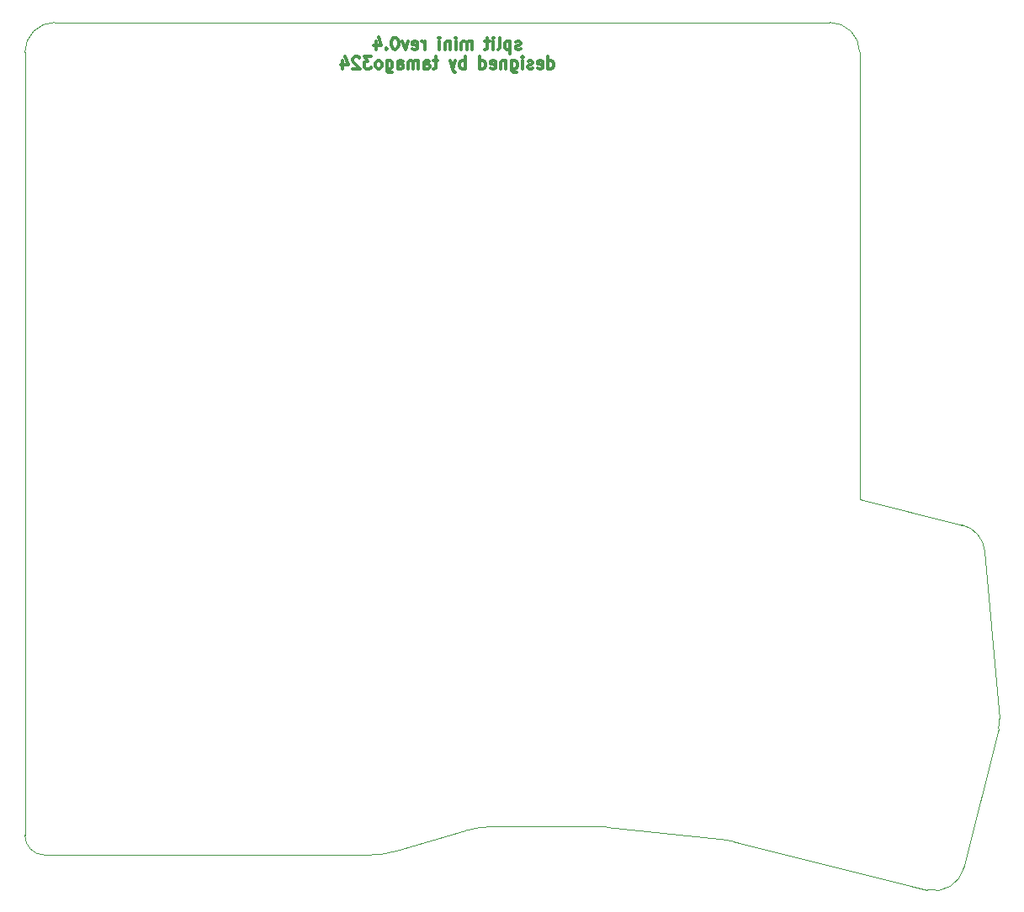
<source format=gbo>
%TF.GenerationSoftware,KiCad,Pcbnew,(6.0.6)*%
%TF.CreationDate,2022-11-03T11:36:34+09:00*%
%TF.ProjectId,bottom_plate__split-mini,626f7474-6f6d-45f7-906c-6174655f5f73,rev?*%
%TF.SameCoordinates,Original*%
%TF.FileFunction,Legend,Bot*%
%TF.FilePolarity,Positive*%
%FSLAX46Y46*%
G04 Gerber Fmt 4.6, Leading zero omitted, Abs format (unit mm)*
G04 Created by KiCad (PCBNEW (6.0.6)) date 2022-11-03 11:36:34*
%MOMM*%
%LPD*%
G01*
G04 APERTURE LIST*
%TA.AperFunction,Profile*%
%ADD10C,0.100000*%
%TD*%
%ADD11C,0.300000*%
%ADD12C,0.350000*%
%ADD13C,2.200000*%
G04 APERTURE END LIST*
D10*
X116123324Y-72166634D02*
G75*
G03*
X113860370Y-69515158I-2988724J-259366D01*
G01*
X103530843Y-66939718D02*
X113860370Y-69515158D01*
X110364219Y-106260861D02*
G75*
G03*
X114000870Y-104075745I725781J2910861D01*
G01*
X21530843Y-102768057D02*
X45530843Y-102768057D01*
X78079754Y-99947838D02*
X89423885Y-101140154D01*
X66703035Y-99893057D02*
X77034469Y-99893057D01*
X45530843Y-102768057D02*
X54083652Y-102768057D01*
X56918659Y-102357777D02*
X63868027Y-100303337D01*
X19530843Y-21893057D02*
X19530843Y-100768057D01*
X117508504Y-90007398D02*
G75*
G03*
X117586379Y-89022217I-2911304J725798D01*
G01*
X103530843Y-21893057D02*
G75*
G03*
X100530843Y-18893057I-3000043J-43D01*
G01*
X78079754Y-99947841D02*
G75*
G03*
X77034469Y-99893057I-1045254J-9944059D01*
G01*
X54083652Y-102768065D02*
G75*
G03*
X56918659Y-102357777I-52J10000165D01*
G01*
X66703035Y-99893053D02*
G75*
G03*
X63868027Y-100303337I65J-10000347D01*
G01*
X22530843Y-18893063D02*
G75*
G03*
X19530843Y-21893057I-3J-2999997D01*
G01*
X114000870Y-104075745D02*
X117508503Y-90007398D01*
X90797818Y-101382418D02*
G75*
G03*
X89423885Y-101140154I-2419118J-9702282D01*
G01*
X19530843Y-100768057D02*
G75*
G03*
X21530843Y-102768057I1999997J-3D01*
G01*
X90797819Y-101382416D02*
X110364217Y-106260867D01*
X100530843Y-18893057D02*
X22530843Y-18893057D01*
X103530843Y-66939718D02*
X103530843Y-21893057D01*
X116123367Y-72166630D02*
X117586379Y-89022217D01*
D11*
X69402857Y-21559714D02*
X69288571Y-21616857D01*
X69060000Y-21616857D01*
X68945714Y-21559714D01*
X68888571Y-21445428D01*
X68888571Y-21388285D01*
X68945714Y-21274000D01*
X69060000Y-21216857D01*
X69231428Y-21216857D01*
X69345714Y-21159714D01*
X69402857Y-21045428D01*
X69402857Y-20988285D01*
X69345714Y-20874000D01*
X69231428Y-20816857D01*
X69060000Y-20816857D01*
X68945714Y-20874000D01*
X68374285Y-20816857D02*
X68374285Y-22016857D01*
X68374285Y-20874000D02*
X68260000Y-20816857D01*
X68031428Y-20816857D01*
X67917142Y-20874000D01*
X67860000Y-20931142D01*
X67802857Y-21045428D01*
X67802857Y-21388285D01*
X67860000Y-21502571D01*
X67917142Y-21559714D01*
X68031428Y-21616857D01*
X68260000Y-21616857D01*
X68374285Y-21559714D01*
X67117142Y-21616857D02*
X67231428Y-21559714D01*
X67288571Y-21445428D01*
X67288571Y-20416857D01*
X66660000Y-21616857D02*
X66660000Y-20816857D01*
X66660000Y-20416857D02*
X66717142Y-20474000D01*
X66660000Y-20531142D01*
X66602857Y-20474000D01*
X66660000Y-20416857D01*
X66660000Y-20531142D01*
X66260000Y-20816857D02*
X65802857Y-20816857D01*
X66088571Y-20416857D02*
X66088571Y-21445428D01*
X66031428Y-21559714D01*
X65917142Y-21616857D01*
X65802857Y-21616857D01*
X64488571Y-21616857D02*
X64488571Y-20816857D01*
X64488571Y-20931142D02*
X64431428Y-20874000D01*
X64317142Y-20816857D01*
X64145714Y-20816857D01*
X64031428Y-20874000D01*
X63974285Y-20988285D01*
X63974285Y-21616857D01*
X63974285Y-20988285D02*
X63917142Y-20874000D01*
X63802857Y-20816857D01*
X63631428Y-20816857D01*
X63517142Y-20874000D01*
X63460000Y-20988285D01*
X63460000Y-21616857D01*
X62888571Y-21616857D02*
X62888571Y-20816857D01*
X62888571Y-20416857D02*
X62945714Y-20474000D01*
X62888571Y-20531142D01*
X62831428Y-20474000D01*
X62888571Y-20416857D01*
X62888571Y-20531142D01*
X62317142Y-20816857D02*
X62317142Y-21616857D01*
X62317142Y-20931142D02*
X62260000Y-20874000D01*
X62145714Y-20816857D01*
X61974285Y-20816857D01*
X61860000Y-20874000D01*
X61802857Y-20988285D01*
X61802857Y-21616857D01*
X61231428Y-21616857D02*
X61231428Y-20816857D01*
X61231428Y-20416857D02*
X61288571Y-20474000D01*
X61231428Y-20531142D01*
X61174285Y-20474000D01*
X61231428Y-20416857D01*
X61231428Y-20531142D01*
X59745714Y-21616857D02*
X59745714Y-20816857D01*
X59745714Y-21045428D02*
X59688571Y-20931142D01*
X59631428Y-20874000D01*
X59517142Y-20816857D01*
X59402857Y-20816857D01*
X58545714Y-21559714D02*
X58660000Y-21616857D01*
X58888571Y-21616857D01*
X59002857Y-21559714D01*
X59060000Y-21445428D01*
X59060000Y-20988285D01*
X59002857Y-20874000D01*
X58888571Y-20816857D01*
X58660000Y-20816857D01*
X58545714Y-20874000D01*
X58488571Y-20988285D01*
X58488571Y-21102571D01*
X59060000Y-21216857D01*
X58088571Y-20816857D02*
X57802857Y-21616857D01*
X57517142Y-20816857D01*
X56831428Y-20416857D02*
X56717142Y-20416857D01*
X56602857Y-20474000D01*
X56545714Y-20531142D01*
X56488571Y-20645428D01*
X56431428Y-20874000D01*
X56431428Y-21159714D01*
X56488571Y-21388285D01*
X56545714Y-21502571D01*
X56602857Y-21559714D01*
X56717142Y-21616857D01*
X56831428Y-21616857D01*
X56945714Y-21559714D01*
X57002857Y-21502571D01*
X57060000Y-21388285D01*
X57117142Y-21159714D01*
X57117142Y-20874000D01*
X57060000Y-20645428D01*
X57002857Y-20531142D01*
X56945714Y-20474000D01*
X56831428Y-20416857D01*
X55917142Y-21502571D02*
X55860000Y-21559714D01*
X55917142Y-21616857D01*
X55974285Y-21559714D01*
X55917142Y-21502571D01*
X55917142Y-21616857D01*
X54831428Y-20816857D02*
X54831428Y-21616857D01*
X55117142Y-20359714D02*
X55402857Y-21216857D01*
X54660000Y-21216857D01*
X72174285Y-23548857D02*
X72174285Y-22348857D01*
X72174285Y-23491714D02*
X72288571Y-23548857D01*
X72517142Y-23548857D01*
X72631428Y-23491714D01*
X72688571Y-23434571D01*
X72745714Y-23320285D01*
X72745714Y-22977428D01*
X72688571Y-22863142D01*
X72631428Y-22806000D01*
X72517142Y-22748857D01*
X72288571Y-22748857D01*
X72174285Y-22806000D01*
X71145714Y-23491714D02*
X71260000Y-23548857D01*
X71488571Y-23548857D01*
X71602857Y-23491714D01*
X71660000Y-23377428D01*
X71660000Y-22920285D01*
X71602857Y-22806000D01*
X71488571Y-22748857D01*
X71260000Y-22748857D01*
X71145714Y-22806000D01*
X71088571Y-22920285D01*
X71088571Y-23034571D01*
X71660000Y-23148857D01*
X70631428Y-23491714D02*
X70517142Y-23548857D01*
X70288571Y-23548857D01*
X70174285Y-23491714D01*
X70117142Y-23377428D01*
X70117142Y-23320285D01*
X70174285Y-23206000D01*
X70288571Y-23148857D01*
X70460000Y-23148857D01*
X70574285Y-23091714D01*
X70631428Y-22977428D01*
X70631428Y-22920285D01*
X70574285Y-22806000D01*
X70460000Y-22748857D01*
X70288571Y-22748857D01*
X70174285Y-22806000D01*
X69602857Y-23548857D02*
X69602857Y-22748857D01*
X69602857Y-22348857D02*
X69660000Y-22406000D01*
X69602857Y-22463142D01*
X69545714Y-22406000D01*
X69602857Y-22348857D01*
X69602857Y-22463142D01*
X68517142Y-22748857D02*
X68517142Y-23720285D01*
X68574285Y-23834571D01*
X68631428Y-23891714D01*
X68745714Y-23948857D01*
X68917142Y-23948857D01*
X69031428Y-23891714D01*
X68517142Y-23491714D02*
X68631428Y-23548857D01*
X68860000Y-23548857D01*
X68974285Y-23491714D01*
X69031428Y-23434571D01*
X69088571Y-23320285D01*
X69088571Y-22977428D01*
X69031428Y-22863142D01*
X68974285Y-22806000D01*
X68860000Y-22748857D01*
X68631428Y-22748857D01*
X68517142Y-22806000D01*
X67945714Y-22748857D02*
X67945714Y-23548857D01*
X67945714Y-22863142D02*
X67888571Y-22806000D01*
X67774285Y-22748857D01*
X67602857Y-22748857D01*
X67488571Y-22806000D01*
X67431428Y-22920285D01*
X67431428Y-23548857D01*
X66402857Y-23491714D02*
X66517142Y-23548857D01*
X66745714Y-23548857D01*
X66860000Y-23491714D01*
X66917142Y-23377428D01*
X66917142Y-22920285D01*
X66860000Y-22806000D01*
X66745714Y-22748857D01*
X66517142Y-22748857D01*
X66402857Y-22806000D01*
X66345714Y-22920285D01*
X66345714Y-23034571D01*
X66917142Y-23148857D01*
X65317142Y-23548857D02*
X65317142Y-22348857D01*
X65317142Y-23491714D02*
X65431428Y-23548857D01*
X65660000Y-23548857D01*
X65774285Y-23491714D01*
X65831428Y-23434571D01*
X65888571Y-23320285D01*
X65888571Y-22977428D01*
X65831428Y-22863142D01*
X65774285Y-22806000D01*
X65660000Y-22748857D01*
X65431428Y-22748857D01*
X65317142Y-22806000D01*
X63831428Y-23548857D02*
X63831428Y-22348857D01*
X63831428Y-22806000D02*
X63717142Y-22748857D01*
X63488571Y-22748857D01*
X63374285Y-22806000D01*
X63317142Y-22863142D01*
X63260000Y-22977428D01*
X63260000Y-23320285D01*
X63317142Y-23434571D01*
X63374285Y-23491714D01*
X63488571Y-23548857D01*
X63717142Y-23548857D01*
X63831428Y-23491714D01*
X62860000Y-22748857D02*
X62574285Y-23548857D01*
X62288571Y-22748857D02*
X62574285Y-23548857D01*
X62688571Y-23834571D01*
X62745714Y-23891714D01*
X62860000Y-23948857D01*
X61088571Y-22748857D02*
X60631428Y-22748857D01*
X60917142Y-22348857D02*
X60917142Y-23377428D01*
X60860000Y-23491714D01*
X60745714Y-23548857D01*
X60631428Y-23548857D01*
X59717142Y-23548857D02*
X59717142Y-22920285D01*
X59774285Y-22806000D01*
X59888571Y-22748857D01*
X60117142Y-22748857D01*
X60231428Y-22806000D01*
X59717142Y-23491714D02*
X59831428Y-23548857D01*
X60117142Y-23548857D01*
X60231428Y-23491714D01*
X60288571Y-23377428D01*
X60288571Y-23263142D01*
X60231428Y-23148857D01*
X60117142Y-23091714D01*
X59831428Y-23091714D01*
X59717142Y-23034571D01*
X59145714Y-23548857D02*
X59145714Y-22748857D01*
X59145714Y-22863142D02*
X59088571Y-22806000D01*
X58974285Y-22748857D01*
X58802857Y-22748857D01*
X58688571Y-22806000D01*
X58631428Y-22920285D01*
X58631428Y-23548857D01*
X58631428Y-22920285D02*
X58574285Y-22806000D01*
X58460000Y-22748857D01*
X58288571Y-22748857D01*
X58174285Y-22806000D01*
X58117142Y-22920285D01*
X58117142Y-23548857D01*
X57031428Y-23548857D02*
X57031428Y-22920285D01*
X57088571Y-22806000D01*
X57202857Y-22748857D01*
X57431428Y-22748857D01*
X57545714Y-22806000D01*
X57031428Y-23491714D02*
X57145714Y-23548857D01*
X57431428Y-23548857D01*
X57545714Y-23491714D01*
X57602857Y-23377428D01*
X57602857Y-23263142D01*
X57545714Y-23148857D01*
X57431428Y-23091714D01*
X57145714Y-23091714D01*
X57031428Y-23034571D01*
X55945714Y-22748857D02*
X55945714Y-23720285D01*
X56002857Y-23834571D01*
X56060000Y-23891714D01*
X56174285Y-23948857D01*
X56345714Y-23948857D01*
X56460000Y-23891714D01*
X55945714Y-23491714D02*
X56060000Y-23548857D01*
X56288571Y-23548857D01*
X56402857Y-23491714D01*
X56460000Y-23434571D01*
X56517142Y-23320285D01*
X56517142Y-22977428D01*
X56460000Y-22863142D01*
X56402857Y-22806000D01*
X56288571Y-22748857D01*
X56060000Y-22748857D01*
X55945714Y-22806000D01*
X55202857Y-23548857D02*
X55317142Y-23491714D01*
X55374285Y-23434571D01*
X55431428Y-23320285D01*
X55431428Y-22977428D01*
X55374285Y-22863142D01*
X55317142Y-22806000D01*
X55202857Y-22748857D01*
X55031428Y-22748857D01*
X54917142Y-22806000D01*
X54860000Y-22863142D01*
X54802857Y-22977428D01*
X54802857Y-23320285D01*
X54860000Y-23434571D01*
X54917142Y-23491714D01*
X55031428Y-23548857D01*
X55202857Y-23548857D01*
X54402857Y-22348857D02*
X53660000Y-22348857D01*
X54060000Y-22806000D01*
X53888571Y-22806000D01*
X53774285Y-22863142D01*
X53717142Y-22920285D01*
X53660000Y-23034571D01*
X53660000Y-23320285D01*
X53717142Y-23434571D01*
X53774285Y-23491714D01*
X53888571Y-23548857D01*
X54231428Y-23548857D01*
X54345714Y-23491714D01*
X54402857Y-23434571D01*
X53202857Y-22463142D02*
X53145714Y-22406000D01*
X53031428Y-22348857D01*
X52745714Y-22348857D01*
X52631428Y-22406000D01*
X52574285Y-22463142D01*
X52517142Y-22577428D01*
X52517142Y-22691714D01*
X52574285Y-22863142D01*
X53260000Y-23548857D01*
X52517142Y-23548857D01*
X51488571Y-22748857D02*
X51488571Y-23548857D01*
X51774285Y-22291714D02*
X52060000Y-23148857D01*
X51317142Y-23148857D01*
D12*
X109130000Y-86360000D03*
X51500000Y-96760000D03*
X94500000Y-25740000D03*
X28520000Y-25760000D03*
%LPC*%
D13*
%TO.C,HOLE5*%
X109130000Y-86360000D03*
%TD*%
%TO.C,HOLE4*%
X51500000Y-96760000D03*
%TD*%
%TO.C,HOLE2*%
X94500000Y-25740000D03*
%TD*%
%TO.C,HOLE1*%
X28520000Y-25760000D03*
%TD*%
M02*

</source>
